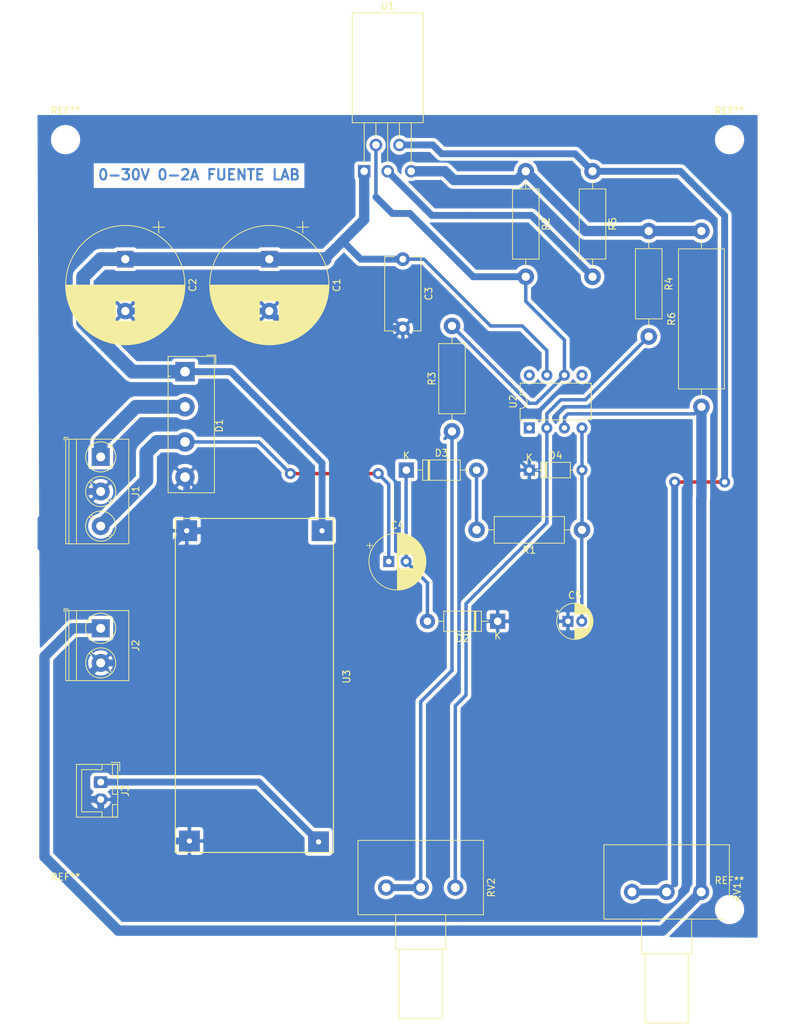
<source format=kicad_pcb>
(kicad_pcb (version 20171130) (host pcbnew 5.1.9-73d0e3b20d~88~ubuntu18.04.1)
  (layers (0 F.Cu signal) (31 B.Cu signal) (34 B.Paste user) (35 F.Paste user) (36 B.SilkS user) (37 F.SilkS user) (38 B.Mask user) (39 F.Mask user) (44 Edge.Cuts user))
  (net 0 "")
  (net 1 GND)
  (net 2 "Net-(C1-Pad1)")
  (net 3 "Net-(C4-Pad1)")
  (net 4 "Net-(C4-Pad2)")
  (net 5 "Net-(C5-Pad2)")
  (net 6 "Net-(D1-Pad2)")
  (net 7 "Net-(D3-Pad2)")
  (net 8 "Net-(J2-Pad1)")
  (net 9 "Net-(J3-Pad1)")
  (net 10 "Net-(R2-Pad2)")
  (net 11 "Net-(R2-Pad1)")
  (net 12 "Net-(R3-Pad1)")
  (net 13 "Net-(R4-Pad2)")
  (net 14 "Net-(R5-Pad1)")
  (net 15 "Net-(R5-Pad2)")
  (net 16 "Net-(U2-Pad1)")
  (net 17 "Net-(U2-Pad5)")
  (net 18 "Net-(U2-Pad8)")
  (module MountingHole:MountingHole_3.2mm_M3 (layer F.Cu) (at 48.26 41.148)
    (fp_text reference REF** (at 0 -4.2) (layer F.SilkS))
    (fp_text value MountingHole_3.2mm_M3)
    (pad 1 np_thru_hole circle (at 0 0) (size 3.2 3.2) (drill 3.2) (layers *.Cu *.Mask))
  )
  (module MountingHole:MountingHole_3.2mm_M3 (layer F.Cu) (at 48.26 151.892)
    (fp_text reference REF** (at 0 -4.2) (layer F.SilkS))
    (fp_text value MountingHole_3.2mm_M3)
    (pad 1 np_thru_hole circle (at 0 0) (size 3.2 3.2) (drill 3.2) (layers *.Cu *.Mask))
  )
  (module MountingHole:MountingHole_3.2mm_M3 (layer F.Cu) (at 144.272 41.148)
    (fp_text reference REF** (at 0 -4.2) (layer F.SilkS))
    (fp_text value MountingHole_3.2mm_M3)
    (pad 1 np_thru_hole circle (at 0 0) (size 3.2 3.2) (drill 3.2) (layers *.Cu *.Mask))
  )
  (module MountingHole:MountingHole_3.2mm_M3 (layer F.Cu) (at 144.272 152.4)
    (fp_text reference REF** (at 0 -4.2) (layer F.SilkS))
    (fp_text value MountingHole_3.2mm_M3)
    (pad 1 np_thru_hole circle (at 0 0) (size 3.2 3.2) (drill 3.2) (layers *.Cu *.Mask))
  )
  (module Connector_JST:JST_XH_B2B-XH-A_1x02_P2.50mm_Vertical (layer F.Cu) (at 53.34 133.985 270)
    (fp_text reference J3 (at 1.25 -3.55 90) (layer F.SilkS))
    (fp_text value Screw_Terminal_01x02)
    (pad 2 thru_hole oval (at 2.5 0 270) (size 1.7 2) (drill 1) (layers *.Cu *.Mask) (net 1 GND))
    (pad 1 thru_hole roundrect (at 0 0 270) (size 1.7 2) (drill 1) (layers *.Cu *.Mask) (roundrect_rratio 0.1470588235294118) (net 9 "Net-(J3-Pad1)"))
  )
  (module TerminalBlock_Phoenix:TerminalBlock_Phoenix_PT-1,5-3-5.0-H_1x03_P5.00mm_Horizontal (layer F.Cu) (at 53.34 86.995 270)
    (fp_text reference J1 (at 5 -5.06 90) (layer F.SilkS))
    (fp_text value Screw_Terminal_01x03)
    (pad 3 thru_hole circle (at 10 0 270) (size 2.6 2.6) (drill 1.3) (layers *.Cu *.Mask) (net 3 "Net-(C4-Pad1)"))
    (pad 2 thru_hole circle (at 5 0 270) (size 2.6 2.6) (drill 1.3) (layers *.Cu *.Mask) (net 1 GND))
    (pad 1 thru_hole rect (at 0 0 270) (size 2.6 2.6) (drill 1.3) (layers *.Cu *.Mask) (net 6 "Net-(D1-Pad2)"))
  )
  (module Capacitor_THT:CP_Radial_D17.0mm_P7.50mm (layer F.Cu) (at 77.724 58.42 270)
    (fp_text reference C1 (at 3.75 -9.75 90) (layer F.SilkS))
    (fp_text value 2200u)
    (pad 2 thru_hole circle (at 7.5 0 270) (size 2.4 2.4) (drill 1.2) (layers *.Cu *.Mask) (net 1 GND))
    (pad 1 thru_hole rect (at 0 0 270) (size 2.4 2.4) (drill 1.2) (layers *.Cu *.Mask) (net 2 "Net-(C1-Pad1)"))
  )
  (module Capacitor_THT:CP_Radial_D17.0mm_P7.50mm (layer F.Cu) (at 56.896 58.42 270)
    (fp_text reference C2 (at 3.75 -9.75 90) (layer F.SilkS))
    (fp_text value 2200u)
    (pad 1 thru_hole rect (at 0 0 270) (size 2.4 2.4) (drill 1.2) (layers *.Cu *.Mask) (net 2 "Net-(C1-Pad1)"))
    (pad 2 thru_hole circle (at 7.5 0 270) (size 2.4 2.4) (drill 1.2) (layers *.Cu *.Mask) (net 1 GND))
  )
  (module Capacitor_THT:C_Disc_D10.5mm_W5.0mm_P10.00mm (layer F.Cu) (at 97.028 58.42 270)
    (fp_text reference C3 (at 5 -3.75 90) (layer F.SilkS))
    (fp_text value 220n)
    (pad 1 thru_hole circle (at 0 0 270) (size 2 2) (drill 1) (layers *.Cu *.Mask) (net 2 "Net-(C1-Pad1)"))
    (pad 2 thru_hole circle (at 10 0 270) (size 2 2) (drill 1) (layers *.Cu *.Mask) (net 1 GND))
  )
  (module Capacitor_THT:CP_Radial_D8.0mm_P2.50mm (layer F.Cu) (at 94.996 102.108)
    (fp_text reference C4 (at 1.25 -5.25) (layer F.SilkS))
    (fp_text value "470u 40V")
    (pad 1 thru_hole rect (at 0 0) (size 1.6 1.6) (drill 0.8) (layers *.Cu *.Mask) (net 3 "Net-(C4-Pad1)"))
    (pad 2 thru_hole circle (at 2.5 0) (size 1.6 1.6) (drill 0.8) (layers *.Cu *.Mask) (net 4 "Net-(C4-Pad2)"))
  )
  (module Capacitor_THT:CP_Radial_D5.0mm_P2.00mm (layer F.Cu) (at 120.904 110.744)
    (fp_text reference C5 (at 1 -3.75) (layer F.SilkS))
    (fp_text value "47u 40V")
    (pad 1 thru_hole rect (at 0 0) (size 1.6 1.6) (drill 0.8) (layers *.Cu *.Mask) (net 1 GND))
    (pad 2 thru_hole circle (at 2 0) (size 1.6 1.6) (drill 0.8) (layers *.Cu *.Mask) (net 5 "Net-(C5-Pad2)"))
  )
  (module Diode_THT:Diode_Bridge_Vishay_KBL (layer F.Cu) (at 65.532 74.676 270)
    (fp_text reference D1 (at 7.8 -4.95 90) (layer F.SilkS))
    (fp_text value KBL310)
    (pad 4 thru_hole circle (at 15.24 0 270) (size 2.8 2.8) (drill 1.4) (layers *.Cu *.Mask) (net 1 GND))
    (pad 3 thru_hole circle (at 10.16 0 270) (size 2.8 2.8) (drill 1.4) (layers *.Cu *.Mask) (net 3 "Net-(C4-Pad1)"))
    (pad 2 thru_hole circle (at 5.08 0 270) (size 2.8 2.8) (drill 1.4) (layers *.Cu *.Mask) (net 6 "Net-(D1-Pad2)"))
    (pad 1 thru_hole rect (at 0 0 270) (size 2.8 2.8) (drill 1.4) (layers *.Cu *.Mask) (net 2 "Net-(C1-Pad1)"))
  )
  (module Diode_THT:D_DO-41_SOD81_P10.16mm_Horizontal (layer F.Cu) (at 110.744 110.744 180)
    (fp_text reference D2 (at 5.08 -2.47) (layer F.SilkS))
    (fp_text value 1N4007)
    (fp_text user K (at 0 -2.1) (layer F.SilkS))
    (pad 1 thru_hole rect (at 0 0 180) (size 2.2 2.2) (drill 1.1) (layers *.Cu *.Mask) (net 1 GND))
    (pad 2 thru_hole oval (at 10.16 0 180) (size 2.2 2.2) (drill 1.1) (layers *.Cu *.Mask) (net 4 "Net-(C4-Pad2)"))
  )
  (module Diode_THT:D_DO-41_SOD81_P10.16mm_Horizontal (layer F.Cu) (at 97.536 88.9)
    (fp_text reference D3 (at 5.08 -2.47) (layer F.SilkS))
    (fp_text value 1N4007)
    (fp_text user K (at 0 -2.1) (layer F.SilkS))
    (pad 2 thru_hole oval (at 10.16 0) (size 2.2 2.2) (drill 1.1) (layers *.Cu *.Mask) (net 7 "Net-(D3-Pad2)"))
    (pad 1 thru_hole rect (at 0 0) (size 2.2 2.2) (drill 1.1) (layers *.Cu *.Mask) (net 4 "Net-(C4-Pad2)"))
  )
  (module Diode_THT:D_DO-35_SOD27_P7.62mm_Horizontal (layer F.Cu) (at 115.316 88.9)
    (fp_text reference D4 (at 3.81 -2.12) (layer F.SilkS))
    (fp_text value "5V6 400mW")
    (fp_text user K (at 0 -1.8) (layer F.SilkS))
    (pad 1 thru_hole rect (at 0 0) (size 1.6 1.6) (drill 0.8) (layers *.Cu *.Mask) (net 1 GND))
    (pad 2 thru_hole oval (at 7.62 0) (size 1.6 1.6) (drill 0.8) (layers *.Cu *.Mask) (net 5 "Net-(C5-Pad2)"))
  )
  (module TerminalBlock_Phoenix:TerminalBlock_Phoenix_PT-1,5-2-5.0-H_1x02_P5.00mm_Horizontal (layer F.Cu) (at 53.34 111.76 270)
    (fp_text reference J2 (at 2.5 -5.06 90) (layer F.SilkS))
    (fp_text value Screw_Terminal_01x02)
    (pad 2 thru_hole circle (at 5 0 270) (size 2.6 2.6) (drill 1.3) (layers *.Cu *.Mask) (net 1 GND))
    (pad 1 thru_hole rect (at 0 0 270) (size 2.6 2.6) (drill 1.3) (layers *.Cu *.Mask) (net 8 "Net-(J2-Pad1)"))
  )
  (module Resistor_THT:R_Axial_DIN0411_L9.9mm_D3.6mm_P15.24mm_Horizontal (layer F.Cu) (at 122.936 97.536 180)
    (fp_text reference R1 (at 7.62 -2.92) (layer F.SilkS))
    (fp_text value 680)
    (pad 1 thru_hole circle (at 0 0 180) (size 2.4 2.4) (drill 1.2) (layers *.Cu *.Mask) (net 5 "Net-(C5-Pad2)"))
    (pad 2 thru_hole oval (at 15.24 0 180) (size 2.4 2.4) (drill 1.2) (layers *.Cu *.Mask) (net 7 "Net-(D3-Pad2)"))
  )
  (module Resistor_THT:R_Axial_DIN0411_L9.9mm_D3.6mm_P15.24mm_Horizontal (layer F.Cu) (at 114.808 45.72 270)
    (fp_text reference R2 (at 7.62 -2.92 90) (layer F.SilkS))
    (fp_text value 680)
    (pad 2 thru_hole oval (at 15.24 0 270) (size 2.4 2.4) (drill 1.2) (layers *.Cu *.Mask) (net 10 "Net-(R2-Pad2)"))
    (pad 1 thru_hole circle (at 0 0 270) (size 2.4 2.4) (drill 1.2) (layers *.Cu *.Mask) (net 11 "Net-(R2-Pad1)"))
  )
  (module Resistor_THT:R_Axial_DIN0411_L9.9mm_D3.6mm_P15.24mm_Horizontal (layer F.Cu) (at 104.14 83.312 90)
    (fp_text reference R3 (at 7.62 -2.92 90) (layer F.SilkS))
    (fp_text value 680)
    (pad 1 thru_hole circle (at 0 0 90) (size 2.4 2.4) (drill 1.2) (layers *.Cu *.Mask) (net 12 "Net-(R3-Pad1)"))
    (pad 2 thru_hole oval (at 15.24 0 90) (size 2.4 2.4) (drill 1.2) (layers *.Cu *.Mask) (net 10 "Net-(R2-Pad2)"))
  )
  (module Resistor_THT:R_Axial_DIN0411_L9.9mm_D3.6mm_P15.24mm_Horizontal (layer F.Cu) (at 132.588 54.356 270)
    (fp_text reference R4 (at 7.62 -2.92 90) (layer F.SilkS))
    (fp_text value 470)
    (pad 2 thru_hole oval (at 15.24 0 270) (size 2.4 2.4) (drill 1.2) (layers *.Cu *.Mask) (net 13 "Net-(R4-Pad2)"))
    (pad 1 thru_hole circle (at 0 0 270) (size 2.4 2.4) (drill 1.2) (layers *.Cu *.Mask) (net 11 "Net-(R2-Pad1)"))
  )
  (module Resistor_THT:R_Axial_DIN0411_L9.9mm_D3.6mm_P15.24mm_Horizontal (layer F.Cu) (at 124.46 45.72 270)
    (fp_text reference R5 (at 7.62 -2.92 90) (layer F.SilkS))
    (fp_text value 1K)
    (pad 1 thru_hole circle (at 0 0 270) (size 2.4 2.4) (drill 1.2) (layers *.Cu *.Mask) (net 14 "Net-(R5-Pad1)"))
    (pad 2 thru_hole oval (at 15.24 0 270) (size 2.4 2.4) (drill 1.2) (layers *.Cu *.Mask) (net 15 "Net-(R5-Pad2)"))
  )
  (module Resistor_THT:R_Axial_Power_L20.0mm_W6.4mm_P25.40mm (layer F.Cu) (at 140.208 79.756 90)
    (fp_text reference R6 (at 12.7 -4.32 90) (layer F.SilkS))
    (fp_text value "0.1 5W")
    (pad 1 thru_hole circle (at 0 0 90) (size 2.4 2.4) (drill 1.2) (layers *.Cu *.Mask) (net 8 "Net-(J2-Pad1)"))
    (pad 2 thru_hole oval (at 25.4 0 90) (size 2.4 2.4) (drill 1.2) (layers *.Cu *.Mask) (net 11 "Net-(R2-Pad1)"))
  )
  (module Potentiometer_THT:Potentiometer_Alps_RK163_Single_Horizontal (layer F.Cu) (at 130.175 149.86 270)
    (fp_text reference RV1 (at 0 -15.2 90) (layer F.SilkS))
    (fp_text value 10K)
    (pad 3 thru_hole circle (at 0 -10 270) (size 2.34 2.34) (drill 1.3) (layers *.Cu *.Mask) (net 8 "Net-(J2-Pad1)"))
    (pad 2 thru_hole circle (at 0 -5 270) (size 2.34 2.34) (drill 1.3) (layers *.Cu *.Mask) (net 14 "Net-(R5-Pad1)"))
    (pad 1 thru_hole circle (at 0 0 270) (size 2.34 2.34) (drill 1.3) (layers *.Cu *.Mask) (net 14 "Net-(R5-Pad1)"))
  )
  (module Potentiometer_THT:Potentiometer_Alps_RK163_Single_Horizontal (layer F.Cu) (at 94.615 149.225 270)
    (fp_text reference RV2 (at 0 -15.2 90) (layer F.SilkS))
    (fp_text value 100K)
    (pad 1 thru_hole circle (at 0 0 270) (size 2.34 2.34) (drill 1.3) (layers *.Cu *.Mask) (net 12 "Net-(R3-Pad1)"))
    (pad 2 thru_hole circle (at 0 -5 270) (size 2.34 2.34) (drill 1.3) (layers *.Cu *.Mask) (net 12 "Net-(R3-Pad1)"))
    (pad 3 thru_hole circle (at 0 -10 270) (size 2.34 2.34) (drill 1.3) (layers *.Cu *.Mask) (net 13 "Net-(R4-Pad2)"))
  )
  (module Package_TO_SOT_THT:TO-220-5_P3.4x3.8mm_StaggerOdd_Lead7.13mm_TabDown (layer F.Cu) (at 91.44 45.72)
    (fp_text reference U1 (at 3.4 -23.9) (layer F.SilkS))
    (fp_text value L200)
    (pad "" np_thru_hole oval (at 3.4 -19.98) (size 3.5 3.5) (drill 3.5) (layers *.Cu *.Mask))
    (pad 1 thru_hole rect (at 0 0) (size 1.8 1.8) (drill 1.1) (layers *.Cu *.Mask) (net 2 "Net-(C1-Pad1)"))
    (pad 2 thru_hole oval (at 1.7 -3.8) (size 1.8 1.8) (drill 1.1) (layers *.Cu *.Mask) (net 10 "Net-(R2-Pad2)"))
    (pad 3 thru_hole oval (at 3.4 0) (size 1.8 1.8) (drill 1.1) (layers *.Cu *.Mask) (net 15 "Net-(R5-Pad2)"))
    (pad 4 thru_hole oval (at 5.1 -3.8) (size 1.8 1.8) (drill 1.1) (layers *.Cu *.Mask) (net 14 "Net-(R5-Pad1)"))
    (pad 5 thru_hole oval (at 6.8 0) (size 1.8 1.8) (drill 1.1) (layers *.Cu *.Mask) (net 11 "Net-(R2-Pad1)"))
  )
  (module Package_DIP:DIP-8_W7.62mm (layer F.Cu) (at 115.316 82.804 90)
    (fp_text reference U2 (at 3.81 -2.33 90) (layer F.SilkS))
    (fp_text value LM741)
    (pad 1 thru_hole rect (at 0 0 90) (size 1.6 1.6) (drill 0.8) (layers *.Cu *.Mask) (net 16 "Net-(U2-Pad1)"))
    (pad 5 thru_hole oval (at 7.62 7.62 90) (size 1.6 1.6) (drill 0.8) (layers *.Cu *.Mask) (net 17 "Net-(U2-Pad5)"))
    (pad 2 thru_hole oval (at 0 2.54 90) (size 1.6 1.6) (drill 0.8) (layers *.Cu *.Mask) (net 13 "Net-(R4-Pad2)"))
    (pad 6 thru_hole oval (at 7.62 5.08 90) (size 1.6 1.6) (drill 0.8) (layers *.Cu *.Mask) (net 10 "Net-(R2-Pad2)"))
    (pad 3 thru_hole oval (at 0 5.08 90) (size 1.6 1.6) (drill 0.8) (layers *.Cu *.Mask) (net 8 "Net-(J2-Pad1)"))
    (pad 7 thru_hole oval (at 7.62 2.54 90) (size 1.6 1.6) (drill 0.8) (layers *.Cu *.Mask) (net 2 "Net-(C1-Pad1)"))
    (pad 4 thru_hole oval (at 0 7.62 90) (size 1.6 1.6) (drill 0.8) (layers *.Cu *.Mask) (net 5 "Net-(C5-Pad2)"))
    (pad 8 thru_hole oval (at 7.62 0 90) (size 1.6 1.6) (drill 0.8) (layers *.Cu *.Mask) (net 18 "Net-(U2-Pad8)"))
  )
  (module DCDC_Modules:Module_2596_3A (layer F.Cu) (at 92.075 118.745 270)
    (fp_text reference U3 (at 0 3.175 90) (layer F.SilkS))
    (fp_text value Module_2596_3A)
    (pad 1 thru_hole rect (at -21.082 6.731 270) (size 3 3) (drill 0.762) (layers *.Cu *.Mask) (net 2 "Net-(C1-Pad1)"))
    (pad 2 thru_hole rect (at -21.082 26.289 270) (size 3 3) (drill 0.762) (layers *.Cu *.Mask) (net 1 GND))
    (pad 3 thru_hole rect (at 23.876 7.239 270) (size 3 3) (drill 0.762) (layers *.Cu *.Mask) (net 9 "Net-(J3-Pad1)"))
    (pad 4 thru_hole rect (at 23.749 25.908 270) (size 3 3) (drill 0.762) (layers *.Cu *.Mask) (net 1 GND))
  )
  (gr_text "0-30V 0-2A FUENTE LAB" (at 67.564 46.228) (layer B.Cu) (effects (font (size 1.5 1.5) (thickness 0.3))))
  (segment (start 47.244 122.856) (end 53.34 116.76) (width 1) (layer B.Cu) (net 1))
  (segment (start 53.34 116.76) (end 59.516 116.76) (width 1) (layer B.Cu) (net 1))
  (segment (start 53.34 91.995) (end 48.721 91.995) (width 1) (layer B.Cu) (net 1))
  (segment (start 48.721 91.995) (end 44.704 96.012) (width 1) (layer B.Cu) (net 1))
  (segment (start 44.704 96.012) (end 44.704 100.076) (width 1) (layer B.Cu) (net 1))
  (segment (start 44.704 100.076) (end 48.26 103.632) (width 1) (layer B.Cu) (net 1))
  (segment (start 59.817 103.632) (end 65.786 97.663) (width 1) (layer B.Cu) (net 1))
  (segment (start 48.26 103.632) (end 59.817 103.632) (width 1) (layer B.Cu) (net 1))
  (segment (start 59.516 103.933) (end 65.786 97.663) (width 1) (layer B.Cu) (net 1))
  (segment (start 59.516 116.76) (end 59.516 103.933) (width 1) (layer B.Cu) (net 1))
  (segment (start 56.896 65.92) (end 77.724 65.92) (width 1) (layer B.Cu) (net 1))
  (segment (start 97.028 70.612) (end 115.316 88.9) (width 0.5) (layer B.Cu) (net 1))
  (segment (start 97.028 68.42) (end 97.028 70.612) (width 0.5) (layer B.Cu) (net 1))
  (segment (start 65.786 90.17) (end 65.532 89.916) (width 1) (layer B.Cu) (net 1))
  (segment (start 65.786 97.663) (end 65.786 90.17) (width 1) (layer B.Cu) (net 1))
  (segment (start 65.786 97.663) (end 77.343 97.663) (width 1) (layer B.Cu) (net 1))
  (segment (start 77.343 97.663) (end 82.804 103.124) (width 1) (layer B.Cu) (net 1))
  (segment (start 82.804 103.124) (end 86.868 103.124) (width 1) (layer B.Cu) (net 1))
  (segment (start 86.868 103.124) (end 89.916 100.076) (width 1) (layer B.Cu) (net 1))
  (segment (start 89.916 78.112) (end 77.724 65.92) (width 1) (layer B.Cu) (net 1))
  (segment (start 89.916 100.076) (end 89.916 78.112) (width 1) (layer B.Cu) (net 1))
  (segment (start 120.904 110.744) (end 110.744 110.744) (width 0.5) (layer B.Cu) (net 1))
  (segment (start 120.904 110.744) (end 120.904 113.792) (width 0.5) (layer B.Cu) (net 1))
  (segment (start 120.904 113.792) (end 123.444 116.332) (width 0.5) (layer B.Cu) (net 1))
  (segment (start 123.444 116.332) (end 125.984 116.332) (width 0.5) (layer B.Cu) (net 1))
  (segment (start 125.984 116.332) (end 127.254 115.062) (width 0.5) (layer B.Cu) (net 1))
  (segment (start 115.57 89.154) (end 115.316 88.9) (width 0.5) (layer B.Cu) (net 1))
  (segment (start 80.224 68.42) (end 77.724 65.92) (width 1) (layer B.Cu) (net 1))
  (segment (start 97.028 68.42) (end 80.224 68.42) (width 1) (layer B.Cu) (net 1))
  (segment (start 115.316 92.964) (end 115.316 88.9) (width 0.5) (layer B.Cu) (net 1))
  (segment (start 127.254 115.062) (end 127.254 92.964) (width 0.5) (layer B.Cu) (net 1))
  (segment (start 47.244 130.556) (end 48.768 132.08) (width 1) (layer B.Cu) (net 1))
  (segment (start 47.244 122.856) (end 47.244 130.556) (width 1) (layer B.Cu) (net 1))
  (segment (start 48.768 132.08) (end 48.768 135.128) (width 1) (layer B.Cu) (net 1))
  (segment (start 50.125 136.485) (end 53.34 136.485) (width 1) (layer B.Cu) (net 1))
  (segment (start 48.768 135.128) (end 50.125 136.485) (width 1) (layer B.Cu) (net 1))
  (segment (start 53.34 138.684) (end 57.15 142.494) (width 1) (layer B.Cu) (net 1))
  (segment (start 53.34 136.485) (end 53.34 138.684) (width 1) (layer B.Cu) (net 1))
  (segment (start 66.167 142.494) (end 57.15 142.494) (width 1) (layer B.Cu) (net 1))
  (segment (start 57.15 142.494) (end 56.849 142.494) (width 1) (layer B.Cu) (net 1))
  (segment (start 56.896 58.42) (end 77.724 58.42) (width 2) (layer B.Cu) (net 2))
  (segment (start 85.725 58.42) (end 87.376 56.769) (width 1.5) (layer B.Cu) (net 2))
  (segment (start 77.724 58.42) (end 85.725 58.42) (width 2) (layer B.Cu) (net 2))
  (segment (start 56.896 58.42) (end 53.34 58.42) (width 2) (layer B.Cu) (net 2))
  (segment (start 53.34 58.42) (end 50.8 60.96) (width 2) (layer B.Cu) (net 2))
  (segment (start 50.8 60.96) (end 50.8 67.564) (width 2) (layer B.Cu) (net 2))
  (segment (start 57.912 74.676) (end 65.532 74.676) (width 2) (layer B.Cu) (net 2))
  (segment (start 50.8 67.564) (end 57.912 74.676) (width 2) (layer B.Cu) (net 2))
  (segment (start 65.532 74.676) (end 72.136 74.676) (width 1) (layer B.Cu) (net 2))
  (segment (start 85.344 87.884) (end 85.344 97.663) (width 1) (layer B.Cu) (net 2))
  (segment (start 72.136 74.676) (end 85.344 87.884) (width 1) (layer B.Cu) (net 2))
  (segment (start 91.44 52.705) (end 87.8205 56.3245) (width 1.5) (layer B.Cu) (net 2))
  (segment (start 91.44 45.72) (end 91.44 52.705) (width 1.5) (layer B.Cu) (net 2))
  (segment (start 87.376 56.769) (end 87.8205 56.3245) (width 1) (layer B.Cu) (net 2))
  (segment (start 87.8205 56.3245) (end 88.3285 55.8165) (width 1) (layer B.Cu) (net 2))
  (segment (start 90.932 58.42) (end 88.3285 55.8165) (width 1) (layer B.Cu) (net 2))
  (segment (start 97.028 58.42) (end 90.932 58.42) (width 1) (layer B.Cu) (net 2))
  (segment (start 97.028 58.42) (end 100.076 58.42) (width 0.5) (layer B.Cu) (net 2))
  (segment (start 100.076 58.42) (end 109.728 68.072) (width 0.5) (layer B.Cu) (net 2))
  (segment (start 109.728 68.072) (end 114.3 68.072) (width 0.5) (layer B.Cu) (net 2))
  (segment (start 117.856 71.628) (end 117.856 75.184) (width 0.5) (layer B.Cu) (net 2))
  (segment (start 114.3 68.072) (end 117.856 71.628) (width 0.5) (layer B.Cu) (net 2))
  (segment (start 53.34 96.995) (end 59.944 90.391) (width 2) (layer B.Cu) (net 3))
  (segment (start 59.944 90.391) (end 59.944 86.36) (width 2) (layer B.Cu) (net 3))
  (segment (start 61.468 84.836) (end 65.532 84.836) (width 2) (layer B.Cu) (net 3))
  (segment (start 59.944 86.36) (end 61.468 84.836) (width 2) (layer B.Cu) (net 3))
  (segment (start 80.772 89.408) (end 80.772 89.408) (width 0.5) (layer B.Cu) (net 3))
  (via (at 80.772 89.408) (size 1.6) (drill 0.8) (layers F.Cu B.Cu) (net 3))
  (segment (start 80.772 89.408) (end 93.472 89.408) (width 0.5) (layer F.Cu) (net 3))
  (segment (start 93.472 89.408) (end 93.472 89.408) (width 0.5) (layer F.Cu) (net 3))
  (via (at 93.472 89.408) (size 1.6) (drill 0.8) (layers F.Cu B.Cu) (net 3))
  (segment (start 94.996 90.932) (end 93.472 89.408) (width 0.5) (layer B.Cu) (net 3))
  (segment (start 94.996 102.108) (end 94.996 90.932) (width 0.5) (layer B.Cu) (net 3))
  (segment (start 76.2 84.836) (end 75.692 84.836) (width 0.5) (layer B.Cu) (net 3))
  (segment (start 80.772 89.408) (end 76.2 84.836) (width 0.5) (layer B.Cu) (net 3))
  (segment (start 65.532 84.836) (end 75.692 84.836) (width 0.5) (layer B.Cu) (net 3))
  (segment (start 97.496 88.94) (end 97.536 88.9) (width 0.5) (layer B.Cu) (net 4))
  (segment (start 97.496 102.108) (end 97.496 88.94) (width 0.5) (layer B.Cu) (net 4))
  (segment (start 100.584 105.196) (end 97.496 102.108) (width 0.5) (layer B.Cu) (net 4))
  (segment (start 100.584 110.744) (end 100.584 105.196) (width 0.5) (layer B.Cu) (net 4))
  (segment (start 122.936 82.804) (end 122.936 88.9) (width 0.5) (layer B.Cu) (net 5))
  (segment (start 122.936 88.9) (end 122.936 97.536) (width 0.5) (layer B.Cu) (net 5))
  (segment (start 122.904 97.568) (end 122.936 97.536) (width 0.5) (layer B.Cu) (net 5))
  (segment (start 122.904 110.744) (end 122.904 97.568) (width 0.5) (layer B.Cu) (net 5))
  (segment (start 53.34 86.995) (end 53.34 84.836) (width 2) (layer B.Cu) (net 6))
  (segment (start 58.42 79.756) (end 65.532 79.756) (width 2) (layer B.Cu) (net 6))
  (segment (start 53.34 84.836) (end 58.42 79.756) (width 2) (layer B.Cu) (net 6))
  (segment (start 107.696 97.536) (end 107.696 88.9) (width 0.5) (layer B.Cu) (net 7))
  (segment (start 49.276 111.76) (end 53.34 111.76) (width 1.5) (layer B.Cu) (net 8))
  (segment (start 45.212 115.824) (end 49.276 111.76) (width 1.5) (layer B.Cu) (net 8))
  (segment (start 120.396 82.804) (end 120.396 81.28) (width 0.5) (layer B.Cu) (net 8))
  (segment (start 120.396 81.28) (end 120.904 80.772) (width 0.5) (layer B.Cu) (net 8))
  (segment (start 139.192 80.772) (end 140.208 79.756) (width 0.5) (layer B.Cu) (net 8))
  (segment (start 120.904 80.772) (end 139.192 80.772) (width 0.5) (layer B.Cu) (net 8))
  (segment (start 140.208 79.756) (end 140.208 92.964) (width 1.5) (layer B.Cu) (net 8))
  (segment (start 140.208 92.964) (end 140.175 92.997) (width 0.5) (layer B.Cu) (net 8))
  (segment (start 140.175 149.86) (end 140.175 96.045) (width 1.5) (layer B.Cu) (net 8))
  (segment (start 140.175 92.997) (end 140.175 96.045) (width 1.5) (layer B.Cu) (net 8))
  (segment (start 140.175 96.045) (end 140.175 93.439) (width 0.5) (layer B.Cu) (net 8))
  (segment (start 134.587 155.448) (end 105.156 155.448) (width 1.5) (layer B.Cu) (net 8))
  (segment (start 140.175 149.86) (end 134.587 155.448) (width 1.5) (layer B.Cu) (net 8))
  (segment (start 106.172 155.448) (end 105.156 155.448) (width 1) (layer B.Cu) (net 8))
  (segment (start 105.156 155.448) (end 55.88 155.448) (width 1.5) (layer B.Cu) (net 8))
  (segment (start 55.88 155.448) (end 45.212 144.78) (width 1.5) (layer B.Cu) (net 8))
  (segment (start 45.212 144.78) (end 45.212 115.824) (width 1.5) (layer B.Cu) (net 8))
  (segment (start 76.2 133.985) (end 53.34 133.985) (width 1) (layer B.Cu) (net 9))
  (segment (start 84.836 142.621) (end 76.2 133.985) (width 1) (layer B.Cu) (net 9))
  (segment (start 98.044 51.816) (end 95.504 51.816) (width 1) (layer B.Cu) (net 10))
  (segment (start 114.808 60.96) (end 107.188 60.96) (width 1) (layer B.Cu) (net 10))
  (segment (start 93.14 49.452) (end 93.14 41.92) (width 0.5) (layer B.Cu) (net 10))
  (segment (start 95.504 51.816) (end 93.14 49.452) (width 1) (layer B.Cu) (net 10))
  (segment (start 107.188 60.96) (end 98.044 51.816) (width 1) (layer B.Cu) (net 10))
  (segment (start 115.316 79.248) (end 104.14 68.072) (width 0.5) (layer B.Cu) (net 10))
  (segment (start 116.332 79.248) (end 115.316 79.248) (width 0.5) (layer B.Cu) (net 10))
  (segment (start 120.396 75.184) (end 116.332 79.248) (width 0.5) (layer B.Cu) (net 10))
  (segment (start 114.808 60.96) (end 114.808 64.516) (width 0.5) (layer B.Cu) (net 10))
  (segment (start 120.396 70.104) (end 120.396 75.184) (width 0.5) (layer B.Cu) (net 10))
  (segment (start 114.808 64.516) (end 120.396 70.104) (width 0.5) (layer B.Cu) (net 10))
  (segment (start 113.538 46.99) (end 114.808 45.72) (width 1.5) (layer B.Cu) (net 11))
  (segment (start 123.444 54.356) (end 132.588 54.356) (width 1.5) (layer B.Cu) (net 11))
  (segment (start 114.808 45.72) (end 123.444 54.356) (width 1.5) (layer B.Cu) (net 11))
  (segment (start 132.588 54.356) (end 140.208 54.356) (width 1.5) (layer B.Cu) (net 11))
  (segment (start 103.124 45.72) (end 104.394 46.99) (width 1.5) (layer B.Cu) (net 11))
  (segment (start 98.24 45.72) (end 103.124 45.72) (width 1.5) (layer B.Cu) (net 11))
  (segment (start 104.394 46.99) (end 113.538 46.99) (width 1.5) (layer B.Cu) (net 11))
  (segment (start 94.615 149.225) (end 99.615 149.225) (width 1) (layer B.Cu) (net 12))
  (segment (start 103.124 84.328) (end 104.14 83.312) (width 0.5) (layer B.Cu) (net 12))
  (segment (start 104.14 117.856) (end 104.14 84.328) (width 0.5) (layer B.Cu) (net 12))
  (segment (start 99.615 122.381) (end 99.615 130.603) (width 0.5) (layer B.Cu) (net 12))
  (segment (start 104.14 117.856) (end 99.615 122.381) (width 0.5) (layer B.Cu) (net 12))
  (segment (start 99.615 149.225) (end 99.615 130.603) (width 0.5) (layer B.Cu) (net 12))
  (segment (start 117.856 82.804) (end 117.856 96.52) (width 0.5) (layer B.Cu) (net 13))
  (segment (start 117.856 96.52) (end 106.172 108.204) (width 0.5) (layer B.Cu) (net 13))
  (segment (start 106.172 121.412) (end 104.615 122.969) (width 0.5) (layer B.Cu) (net 13))
  (segment (start 106.172 108.204) (end 106.172 121.412) (width 0.5) (layer B.Cu) (net 13))
  (segment (start 104.615 149.225) (end 104.615 122.969) (width 0.5) (layer B.Cu) (net 13))
  (segment (start 132.588 69.596) (end 123.444 78.74) (width 0.5) (layer B.Cu) (net 13))
  (segment (start 123.444 78.74) (end 119.888 78.74) (width 0.5) (layer B.Cu) (net 13))
  (segment (start 117.856 80.772) (end 117.856 82.804) (width 0.5) (layer B.Cu) (net 13))
  (segment (start 119.888 78.74) (end 117.856 80.772) (width 0.5) (layer B.Cu) (net 13))
  (segment (start 130.175 149.86) (end 135.175 149.86) (width 1) (layer B.Cu) (net 14))
  (segment (start 121.93 43.19) (end 124.46 45.72) (width 1) (layer B.Cu) (net 14))
  (segment (start 136.344999 148.690001) (end 135.175 149.86) (width 0.5) (layer B.Cu) (net 14))
  (segment (start 136.344999 90.624999) (end 136.344999 90.624999) (width 0.5) (layer B.Cu) (net 14))
  (segment (start 136.344999 90.624999) (end 136.344999 148.690001) (width 1) (layer B.Cu) (net 14))
  (via (at 136.344999 90.624999) (size 1.6) (drill 0.8) (layers F.Cu B.Cu) (net 14))
  (segment (start 136.344999 90.624999) (end 143.563001 90.624999) (width 0.5) (layer F.Cu) (net 14))
  (segment (start 143.563001 90.624999) (end 143.563001 90.624999) (width 0.5) (layer F.Cu) (net 14))
  (via (at 143.563001 90.624999) (size 1.6) (drill 0.8) (layers F.Cu B.Cu) (net 14))
  (segment (start 143.563001 52.123001) (end 137.16 45.72) (width 1) (layer B.Cu) (net 14))
  (segment (start 143.563001 90.624999) (end 143.563001 52.123001) (width 1) (layer B.Cu) (net 14))
  (segment (start 137.16 45.72) (end 124.46 45.72) (width 1) (layer B.Cu) (net 14))
  (segment (start 96.54 41.92) (end 101.356 41.92) (width 1) (layer B.Cu) (net 14))
  (segment (start 101.356 41.92) (end 102.626 43.19) (width 1) (layer B.Cu) (net 14))
  (segment (start 102.626 43.19) (end 121.93 43.19) (width 1) (layer B.Cu) (net 14))
  (segment (start 115.599 52.099) (end 124.46 60.96) (width 1) (layer B.Cu) (net 15))
  (segment (start 94.84 45.72) (end 101.219 52.099) (width 1) (layer B.Cu) (net 15))
  (segment (start 101.219 52.099) (end 106.397 52.099) (width 1) (layer B.Cu) (net 15))
  (segment (start 105.664 52.099) (end 106.397 52.099) (width 0.5) (layer B.Cu) (net 15))
  (segment (start 106.397 52.099) (end 115.599 52.099) (width 1) (layer B.Cu) (net 15))
  (zone (net 1) (net_name GND) (layer B.Cu) (connect_pads (clearance 0.508)) (min_thickness 0.254) (fill yes (arc_segments 32) (thermal_gap 0.508) (thermal_bridge_width 0.508))
    (polygon (pts (xy 148.336 156.464) (xy 44.704 155.956) (xy 44.196 37.592) (xy 148.336 37.592)))
  )
)
</source>
